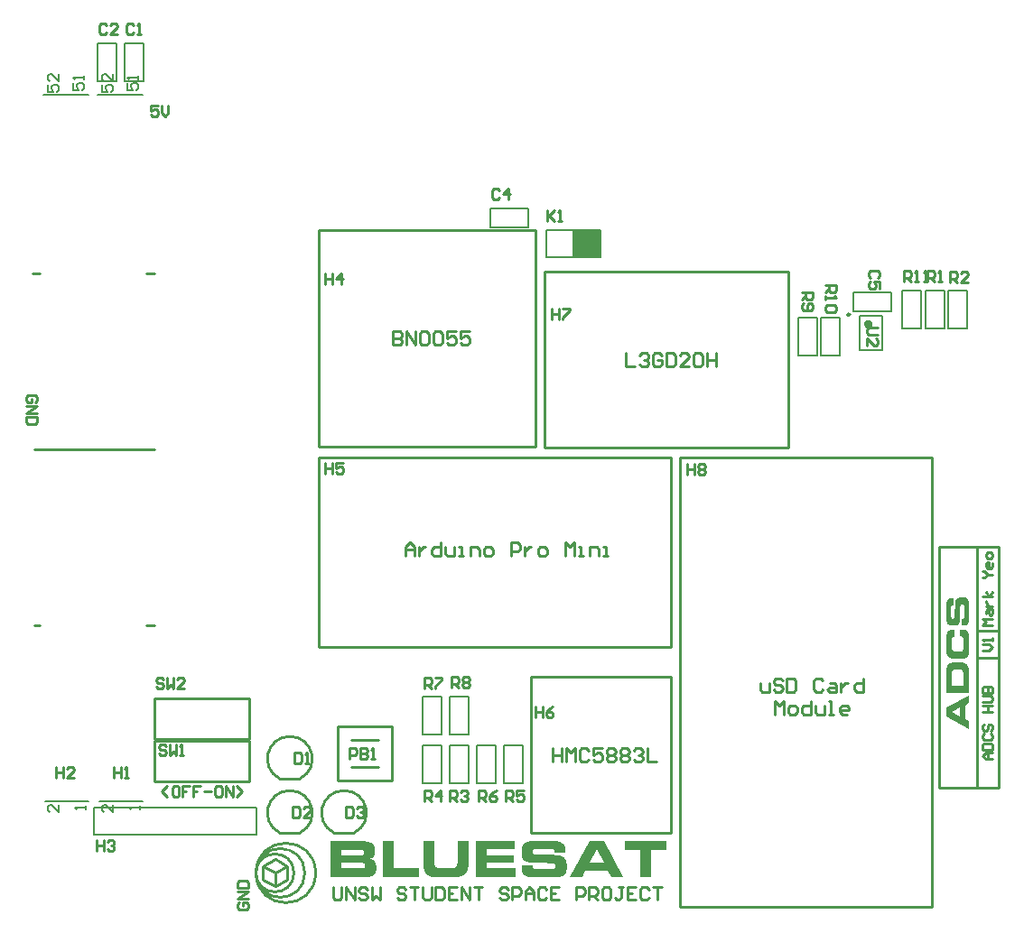
<source format=gto>
G04 Layer_Color=65535*
%FSLAX25Y25*%
%MOIN*%
G70*
G01*
G75*
%ADD14C,0.01000*%
%ADD27C,0.01575*%
%ADD28C,0.00984*%
%ADD29C,0.00800*%
%ADD30C,0.00500*%
%ADD31C,0.00787*%
%ADD32R,0.09962X0.10000*%
G36*
X-186881Y32153D02*
X-197284D01*
Y30029D01*
X-187428D01*
Y27295D01*
X-197284D01*
Y25171D01*
X-186647D01*
Y22000D01*
X-201345D01*
Y35214D01*
X-186881D01*
Y32153D01*
D02*
G37*
G36*
X-172808Y35355D02*
X-172526Y35339D01*
X-172261Y35324D01*
X-172011Y35308D01*
X-171792Y35277D01*
X-171574Y35246D01*
X-171386Y35230D01*
X-171230Y35199D01*
X-171074Y35168D01*
X-170949Y35136D01*
X-170855Y35121D01*
X-170777Y35105D01*
X-170714Y35090D01*
X-170683Y35074D01*
X-170668D01*
X-170308Y34965D01*
X-169996Y34824D01*
X-169730Y34699D01*
X-169527Y34574D01*
X-169355Y34449D01*
X-169231Y34355D01*
X-169168Y34293D01*
X-169137Y34277D01*
X-168949Y34074D01*
X-168809Y33871D01*
X-168684Y33668D01*
X-168606Y33465D01*
X-168543Y33293D01*
X-168496Y33168D01*
X-168465Y33075D01*
Y33059D01*
Y33043D01*
X-168418Y32778D01*
X-168371Y32497D01*
X-168340Y32231D01*
X-168325Y31997D01*
X-168309Y31778D01*
Y31606D01*
Y31544D01*
Y31513D01*
Y31481D01*
Y31466D01*
Y31044D01*
X-172370D01*
Y31294D01*
X-172386Y31388D01*
Y31481D01*
X-172401Y31559D01*
Y31606D01*
X-172417Y31637D01*
Y31653D01*
X-172479Y31825D01*
X-172558Y31966D01*
X-172636Y32044D01*
X-172651Y32075D01*
X-172667D01*
X-172745Y32137D01*
X-172839Y32184D01*
X-173026Y32262D01*
X-173120Y32294D01*
X-173198Y32309D01*
X-173245Y32325D01*
X-173260D01*
X-173417Y32356D01*
X-173589Y32387D01*
X-173776Y32403D01*
X-173948D01*
X-174104Y32419D01*
X-178837D01*
X-179087Y32403D01*
X-179306Y32387D01*
X-179508Y32340D01*
X-179665Y32294D01*
X-179790Y32247D01*
X-179883Y32215D01*
X-179946Y32184D01*
X-179962Y32169D01*
X-180102Y32059D01*
X-180196Y31934D01*
X-180274Y31809D01*
X-180321Y31684D01*
X-180352Y31575D01*
X-180368Y31481D01*
Y31419D01*
Y31388D01*
Y31231D01*
X-180352Y31091D01*
X-180321Y30981D01*
X-180289Y30888D01*
X-180274Y30810D01*
X-180243Y30747D01*
X-180227Y30716D01*
Y30700D01*
X-180165Y30622D01*
X-180071Y30544D01*
X-179852Y30435D01*
X-179759Y30404D01*
X-179665Y30372D01*
X-179602Y30357D01*
X-179587D01*
X-179368Y30325D01*
X-179134Y30294D01*
X-178899Y30263D01*
X-178665Y30247D01*
X-178446D01*
X-178275Y30232D01*
X-177728D01*
X-177306Y30216D01*
X-174698D01*
X-174307Y30200D01*
X-173948D01*
X-173604Y30185D01*
X-173276D01*
X-172979Y30169D01*
X-172714Y30154D01*
X-172479Y30138D01*
X-172276D01*
X-172089Y30122D01*
X-171933Y30107D01*
X-171824D01*
X-171730Y30091D01*
X-171667D01*
X-171386Y30060D01*
X-171136Y30044D01*
X-170886Y29997D01*
X-170652Y29966D01*
X-170449Y29919D01*
X-170246Y29873D01*
X-170074Y29826D01*
X-169918Y29779D01*
X-169762Y29732D01*
X-169637Y29685D01*
X-169543Y29654D01*
X-169449Y29623D01*
X-169387Y29591D01*
X-169340Y29560D01*
X-169309Y29544D01*
X-169293D01*
X-168996Y29357D01*
X-168746Y29154D01*
X-168543Y28951D01*
X-168371Y28748D01*
X-168262Y28560D01*
X-168168Y28404D01*
X-168137Y28342D01*
X-168122Y28295D01*
X-168106Y28279D01*
Y28264D01*
X-167997Y27936D01*
X-167903Y27561D01*
X-167840Y27186D01*
X-167809Y26827D01*
X-167794Y26655D01*
X-167778Y26499D01*
Y26358D01*
X-167762Y26233D01*
Y26139D01*
Y26061D01*
Y26014D01*
Y25999D01*
X-167778Y25515D01*
X-167809Y25093D01*
X-167856Y24734D01*
X-167872Y24562D01*
X-167903Y24421D01*
X-167934Y24281D01*
X-167950Y24171D01*
X-167981Y24078D01*
X-167997Y23999D01*
X-168012Y23921D01*
X-168028Y23874D01*
X-168043Y23859D01*
Y23843D01*
X-168168Y23562D01*
X-168325Y23297D01*
X-168481Y23093D01*
X-168653Y22906D01*
X-168809Y22765D01*
X-168934Y22656D01*
X-169027Y22594D01*
X-169043Y22578D01*
X-169059D01*
X-169355Y22422D01*
X-169668Y22297D01*
X-170012Y22203D01*
X-170324Y22125D01*
X-170621Y22062D01*
X-170746Y22047D01*
X-170839Y22031D01*
X-170933Y22016D01*
X-170996Y22000D01*
X-171058D01*
X-171308Y21969D01*
X-171574Y21953D01*
X-172120Y21922D01*
X-172667Y21891D01*
X-173198Y21875D01*
X-173667D01*
X-173854Y21859D01*
X-179774D01*
X-180227Y21875D01*
X-180633Y21906D01*
X-180821Y21922D01*
X-180977Y21937D01*
X-181133D01*
X-181258Y21953D01*
X-181383Y21969D01*
X-181477Y21984D01*
X-181555D01*
X-181602Y22000D01*
X-181649D01*
X-181992Y22062D01*
X-182320Y22156D01*
X-182586Y22250D01*
X-182820Y22328D01*
X-183007Y22422D01*
X-183148Y22484D01*
X-183226Y22531D01*
X-183257Y22547D01*
X-183476Y22718D01*
X-183648Y22890D01*
X-183804Y23078D01*
X-183945Y23250D01*
X-184038Y23406D01*
X-184101Y23531D01*
X-184148Y23609D01*
X-184163Y23640D01*
X-184257Y23921D01*
X-184319Y24202D01*
X-184382Y24499D01*
X-184413Y24780D01*
X-184429Y25030D01*
Y25140D01*
X-184444Y25233D01*
Y25296D01*
Y25358D01*
Y25390D01*
Y25405D01*
Y26327D01*
X-180383D01*
Y26139D01*
X-180368Y25967D01*
X-180352Y25827D01*
X-180321Y25702D01*
X-180305Y25608D01*
X-180289Y25546D01*
X-180274Y25499D01*
Y25483D01*
X-180180Y25280D01*
X-180071Y25140D01*
X-179977Y25062D01*
X-179962Y25030D01*
X-179946D01*
X-179774Y24937D01*
X-179587Y24874D01*
X-179508Y24859D01*
X-179446D01*
X-179415Y24843D01*
X-179399D01*
X-179134Y24827D01*
X-178899Y24812D01*
X-173432D01*
X-173229Y24827D01*
X-173042D01*
X-172823Y24859D01*
X-172636Y24905D01*
X-172573Y24937D01*
X-172526Y24952D01*
X-172495Y24968D01*
X-172479D01*
X-172308Y25077D01*
X-172183Y25186D01*
X-172120Y25280D01*
X-172089Y25296D01*
Y25311D01*
X-172042Y25405D01*
X-171995Y25499D01*
X-171949Y25702D01*
X-171933Y25780D01*
Y25858D01*
Y25905D01*
Y25921D01*
Y26077D01*
X-171964Y26217D01*
X-171980Y26327D01*
X-172011Y26421D01*
X-172042Y26499D01*
X-172058Y26545D01*
X-172089Y26577D01*
Y26592D01*
X-172167Y26686D01*
X-172276Y26764D01*
X-172386Y26827D01*
X-172511Y26873D01*
X-172636Y26920D01*
X-172730Y26952D01*
X-172792Y26967D01*
X-172823D01*
X-173057Y27014D01*
X-173339Y27045D01*
X-173620Y27077D01*
X-173901Y27092D01*
X-174151Y27108D01*
X-174260D01*
X-174354Y27123D01*
X-174760D01*
X-174994Y27139D01*
X-175510D01*
X-176025Y27155D01*
X-178446D01*
X-178821Y27170D01*
X-179181Y27186D01*
X-179493D01*
X-179805Y27202D01*
X-180071Y27217D01*
X-180321Y27233D01*
X-180540Y27248D01*
X-180743Y27264D01*
X-180899Y27280D01*
X-181039D01*
X-181149Y27295D01*
X-181227Y27311D01*
X-181289D01*
X-181758Y27389D01*
X-182180Y27483D01*
X-182523Y27576D01*
X-182679Y27623D01*
X-182820Y27686D01*
X-182929Y27733D01*
X-183039Y27779D01*
X-183132Y27811D01*
X-183211Y27842D01*
X-183257Y27873D01*
X-183304Y27904D01*
X-183320Y27920D01*
X-183335D01*
X-183570Y28092D01*
X-183773Y28295D01*
X-183929Y28498D01*
X-184054Y28685D01*
X-184132Y28857D01*
X-184195Y28998D01*
X-184226Y29092D01*
X-184241Y29107D01*
Y29123D01*
X-184304Y29435D01*
X-184351Y29763D01*
X-184382Y30107D01*
X-184398Y30419D01*
X-184413Y30700D01*
X-184429Y30810D01*
Y30919D01*
Y31013D01*
Y31075D01*
Y31106D01*
Y31122D01*
Y31450D01*
X-184413Y31762D01*
X-184398Y32044D01*
X-184366Y32294D01*
X-184351Y32497D01*
X-184335Y32653D01*
Y32715D01*
X-184319Y32762D01*
Y32778D01*
Y32793D01*
X-184257Y33075D01*
X-184179Y33340D01*
X-184070Y33559D01*
X-183960Y33762D01*
X-183867Y33918D01*
X-183773Y34043D01*
X-183710Y34106D01*
X-183695Y34137D01*
X-183476Y34340D01*
X-183226Y34512D01*
X-182961Y34668D01*
X-182711Y34793D01*
X-182476Y34887D01*
X-182367Y34933D01*
X-182273Y34965D01*
X-182211Y34996D01*
X-182148Y35012D01*
X-182117Y35027D01*
X-182102D01*
X-181883Y35090D01*
X-181664Y35136D01*
X-181180Y35230D01*
X-180680Y35293D01*
X-180196Y35324D01*
X-179977Y35339D01*
X-179774Y35355D01*
X-179587D01*
X-179415Y35371D01*
X-173120D01*
X-172808Y35355D01*
D02*
G37*
G36*
X-146863Y22000D02*
X-151377D01*
X-152642Y24343D01*
X-160858D01*
X-162045Y22000D01*
X-166575D01*
X-159421Y35214D01*
X-154142D01*
X-146863Y22000D01*
D02*
G37*
G36*
X-130962Y31934D02*
X-136647D01*
Y22000D01*
X-140708D01*
Y31934D01*
X-146410D01*
Y35214D01*
X-130962D01*
Y31934D01*
D02*
G37*
G36*
X-204063Y26702D02*
X-204079Y26249D01*
X-204126Y25827D01*
X-204188Y25436D01*
X-204266Y25077D01*
X-204360Y24749D01*
X-204485Y24452D01*
X-204594Y24171D01*
X-204719Y23937D01*
X-204844Y23718D01*
X-204954Y23531D01*
X-205063Y23390D01*
X-205172Y23250D01*
X-205250Y23156D01*
X-205313Y23093D01*
X-205360Y23046D01*
X-205375Y23031D01*
X-205641Y22828D01*
X-205922Y22640D01*
X-206250Y22484D01*
X-206578Y22359D01*
X-206906Y22234D01*
X-207250Y22141D01*
X-207593Y22062D01*
X-207921Y22000D01*
X-208249Y21953D01*
X-208546Y21922D01*
X-208812Y21891D01*
X-209046Y21875D01*
X-209233D01*
X-209374Y21859D01*
X-215310D01*
X-215825Y21875D01*
X-216294Y21906D01*
X-216731Y21969D01*
X-217137Y22047D01*
X-217512Y22125D01*
X-217856Y22234D01*
X-218152Y22344D01*
X-218418Y22453D01*
X-218668Y22562D01*
X-218871Y22656D01*
X-219043Y22765D01*
X-219183Y22843D01*
X-219293Y22922D01*
X-219371Y22984D01*
X-219418Y23015D01*
X-219433Y23031D01*
X-219668Y23265D01*
X-219855Y23531D01*
X-220027Y23812D01*
X-220183Y24109D01*
X-220308Y24406D01*
X-220417Y24718D01*
X-220495Y25015D01*
X-220573Y25311D01*
X-220620Y25593D01*
X-220667Y25858D01*
X-220683Y26092D01*
X-220714Y26296D01*
Y26467D01*
X-220730Y26592D01*
Y26670D01*
Y26702D01*
Y35214D01*
X-216669D01*
Y27576D01*
Y27342D01*
X-216653Y27139D01*
X-216622Y26936D01*
X-216590Y26764D01*
X-216559Y26592D01*
X-216512Y26452D01*
X-216419Y26202D01*
X-216325Y26014D01*
X-216247Y25889D01*
X-216184Y25811D01*
X-216169Y25780D01*
X-216059Y25686D01*
X-215950Y25608D01*
X-215685Y25468D01*
X-215388Y25374D01*
X-215107Y25311D01*
X-214841Y25280D01*
X-214716Y25265D01*
X-214622D01*
X-214529Y25249D01*
X-210171D01*
X-209952Y25265D01*
X-209765Y25296D01*
X-209593Y25327D01*
X-209436Y25374D01*
X-209296Y25421D01*
X-209046Y25515D01*
X-208874Y25608D01*
X-208734Y25702D01*
X-208671Y25764D01*
X-208640Y25780D01*
X-208546Y25889D01*
X-208468Y26014D01*
X-208343Y26280D01*
X-208249Y26577D01*
X-208187Y26873D01*
X-208156Y27155D01*
X-208140Y27264D01*
X-208124Y27373D01*
Y27451D01*
Y27514D01*
Y27561D01*
Y27576D01*
Y35214D01*
X-204063D01*
Y26702D01*
D02*
G37*
G36*
X-19333Y86235D02*
X-20809Y85438D01*
Y80262D01*
X-19333Y79514D01*
Y76661D01*
X-27657Y81168D01*
Y84493D01*
X-19333Y89079D01*
Y86235D01*
D02*
G37*
G36*
X-21547Y113443D02*
X-21370Y113433D01*
X-21202Y113413D01*
X-21055Y113393D01*
X-20927Y113364D01*
X-20838Y113344D01*
X-20779Y113334D01*
X-20769Y113325D01*
X-20760D01*
X-20592Y113275D01*
X-20445Y113207D01*
X-20307Y113128D01*
X-20189Y113059D01*
X-20100Y112980D01*
X-20022Y112931D01*
X-19982Y112892D01*
X-19963Y112872D01*
X-19844Y112734D01*
X-19736Y112587D01*
X-19648Y112429D01*
X-19569Y112282D01*
X-19510Y112144D01*
X-19470Y112036D01*
X-19451Y111996D01*
X-19441Y111967D01*
X-19431Y111947D01*
Y111937D01*
X-19372Y111701D01*
X-19323Y111435D01*
X-19293Y111179D01*
X-19264Y110933D01*
Y110815D01*
X-19254Y110707D01*
Y110619D01*
X-19244Y110530D01*
Y110461D01*
Y110412D01*
Y110382D01*
Y110373D01*
Y106260D01*
X-19254Y105945D01*
X-19264Y105649D01*
X-19284Y105394D01*
X-19293Y105275D01*
X-19303Y105167D01*
X-19313Y105059D01*
X-19323Y104980D01*
X-19333Y104902D01*
X-19343Y104833D01*
X-19352Y104783D01*
X-19362Y104744D01*
Y104724D01*
Y104715D01*
X-19421Y104469D01*
X-19490Y104242D01*
X-19569Y104045D01*
X-19638Y103878D01*
X-19716Y103740D01*
X-19776Y103642D01*
X-19795Y103603D01*
X-19815Y103573D01*
X-19825Y103563D01*
Y103553D01*
X-19963Y103386D01*
X-20110Y103239D01*
X-20268Y103121D01*
X-20415Y103022D01*
X-20553Y102934D01*
X-20651Y102884D01*
X-20691Y102865D01*
X-20720Y102845D01*
X-20740Y102835D01*
X-20750D01*
X-20986Y102756D01*
X-21232Y102697D01*
X-21478Y102648D01*
X-21724Y102619D01*
X-21832Y102609D01*
X-21930Y102599D01*
X-22019D01*
X-22098Y102589D01*
X-24735D01*
X-25060Y102599D01*
X-25355Y102629D01*
X-25483Y102648D01*
X-25611Y102668D01*
X-25719Y102688D01*
X-25827Y102717D01*
X-25916Y102737D01*
X-25994Y102756D01*
X-26073Y102776D01*
X-26122Y102796D01*
X-26172Y102815D01*
X-26201Y102825D01*
X-26221Y102835D01*
X-26231D01*
X-26437Y102934D01*
X-26624Y103052D01*
X-26782Y103170D01*
X-26919Y103288D01*
X-27018Y103396D01*
X-27097Y103475D01*
X-27136Y103534D01*
X-27156Y103544D01*
Y103553D01*
X-27274Y103740D01*
X-27372Y103937D01*
X-27461Y104134D01*
X-27520Y104311D01*
X-27569Y104478D01*
X-27588Y104547D01*
X-27598Y104596D01*
X-27618Y104646D01*
Y104685D01*
X-27628Y104705D01*
Y104715D01*
X-27667Y104980D01*
X-27707Y105246D01*
X-27726Y105502D01*
X-27736Y105738D01*
X-27746Y105846D01*
Y105945D01*
X-27756Y106033D01*
Y106102D01*
Y106171D01*
Y106210D01*
Y106240D01*
Y106250D01*
Y109261D01*
Y109507D01*
X-27746Y109743D01*
X-27736Y109959D01*
X-27726Y110166D01*
X-27716Y110363D01*
X-27707Y110540D01*
X-27687Y110697D01*
X-27677Y110845D01*
X-27657Y110983D01*
X-27638Y111101D01*
X-27628Y111199D01*
X-27618Y111278D01*
X-27608Y111337D01*
X-27598Y111386D01*
X-27588Y111416D01*
Y111425D01*
X-27520Y111711D01*
X-27441Y111967D01*
X-27352Y112173D01*
X-27264Y112350D01*
X-27185Y112488D01*
X-27116Y112587D01*
X-27077Y112646D01*
X-27057Y112665D01*
X-26910Y112813D01*
X-26752Y112941D01*
X-26595Y113029D01*
X-26437Y113108D01*
X-26300Y113167D01*
X-26191Y113197D01*
X-26152Y113216D01*
X-26122D01*
X-26103Y113226D01*
X-26093D01*
X-25857Y113266D01*
X-25611Y113295D01*
X-25365Y113325D01*
X-25138Y113334D01*
X-25030D01*
X-24932Y113344D01*
X-24617D01*
Y110786D01*
X-24843D01*
X-25001Y110776D01*
X-25128Y110737D01*
X-25237Y110687D01*
X-25315Y110628D01*
X-25384Y110569D01*
X-25424Y110520D01*
X-25443Y110481D01*
X-25453Y110471D01*
X-25512Y110343D01*
X-25552Y110196D01*
X-25581Y110048D01*
X-25601Y109910D01*
X-25611Y109782D01*
X-25620Y109684D01*
Y109644D01*
Y109615D01*
Y109595D01*
Y109585D01*
Y106810D01*
Y106624D01*
X-25601Y106466D01*
X-25581Y106328D01*
X-25561Y106210D01*
X-25542Y106112D01*
X-25522Y106043D01*
X-25512Y106004D01*
X-25502Y105984D01*
X-25453Y105876D01*
X-25404Y105777D01*
X-25345Y105699D01*
X-25296Y105630D01*
X-25247Y105571D01*
X-25207Y105531D01*
X-25178Y105512D01*
X-25168Y105502D01*
X-25079Y105443D01*
X-24991Y105394D01*
X-24912Y105354D01*
X-24824Y105325D01*
X-24755Y105305D01*
X-24696Y105285D01*
X-24656Y105275D01*
X-24646D01*
X-24410Y105246D01*
X-24292Y105226D01*
X-24184D01*
X-24085Y105216D01*
X-22885D01*
X-22737Y105226D01*
X-22610Y105236D01*
X-22491Y105246D01*
X-22403D01*
X-22334Y105256D01*
X-22295Y105266D01*
X-22275D01*
X-22157Y105295D01*
X-22058Y105325D01*
X-21970Y105364D01*
X-21891Y105394D01*
X-21832Y105433D01*
X-21793Y105453D01*
X-21763Y105472D01*
X-21753Y105482D01*
X-21685Y105551D01*
X-21625Y105620D01*
X-21537Y105768D01*
X-21507Y105836D01*
X-21488Y105886D01*
X-21468Y105925D01*
Y105935D01*
X-21439Y106053D01*
X-21419Y106171D01*
X-21399Y106299D01*
X-21389Y106407D01*
Y106515D01*
X-21380Y106594D01*
Y106653D01*
Y106673D01*
Y109398D01*
Y109546D01*
X-21389Y109684D01*
Y109812D01*
X-21399Y109910D01*
Y109999D01*
X-21409Y110058D01*
Y110097D01*
Y110107D01*
X-21429Y110205D01*
X-21448Y110294D01*
X-21478Y110373D01*
X-21507Y110442D01*
X-21527Y110491D01*
X-21547Y110530D01*
X-21566Y110550D01*
Y110560D01*
X-21616Y110619D01*
X-21675Y110678D01*
X-21783Y110756D01*
X-21832Y110786D01*
X-21871Y110806D01*
X-21901Y110815D01*
X-21911D01*
X-21999Y110845D01*
X-22098Y110865D01*
X-22206Y110874D01*
X-22304Y110884D01*
X-22383Y110894D01*
X-22521D01*
Y113452D01*
X-21744D01*
X-21547Y113443D01*
D02*
G37*
G36*
Y125329D02*
X-21281Y125310D01*
X-21055Y125280D01*
X-20946Y125270D01*
X-20858Y125251D01*
X-20769Y125231D01*
X-20700Y125221D01*
X-20641Y125201D01*
X-20592Y125192D01*
X-20543Y125182D01*
X-20514Y125172D01*
X-20504Y125162D01*
X-20494D01*
X-20317Y125083D01*
X-20150Y124985D01*
X-20022Y124887D01*
X-19904Y124778D01*
X-19815Y124680D01*
X-19746Y124601D01*
X-19707Y124542D01*
X-19697Y124532D01*
Y124522D01*
X-19598Y124336D01*
X-19520Y124139D01*
X-19461Y123922D01*
X-19411Y123725D01*
X-19372Y123538D01*
X-19362Y123460D01*
X-19352Y123401D01*
X-19343Y123342D01*
X-19333Y123302D01*
Y123273D01*
Y123263D01*
X-19313Y123106D01*
X-19303Y122938D01*
X-19284Y122594D01*
X-19264Y122249D01*
X-19254Y121915D01*
Y121767D01*
Y121620D01*
X-19244Y121502D01*
Y121393D01*
Y121305D01*
Y121236D01*
Y121197D01*
Y121177D01*
Y118087D01*
Y117772D01*
X-19254Y117487D01*
X-19274Y117231D01*
X-19284Y117113D01*
X-19293Y117015D01*
Y116916D01*
X-19303Y116838D01*
X-19313Y116759D01*
X-19323Y116700D01*
Y116650D01*
X-19333Y116621D01*
Y116601D01*
Y116592D01*
X-19372Y116375D01*
X-19431Y116168D01*
X-19490Y116001D01*
X-19539Y115854D01*
X-19598Y115735D01*
X-19638Y115647D01*
X-19667Y115598D01*
X-19677Y115578D01*
X-19785Y115440D01*
X-19894Y115332D01*
X-20012Y115234D01*
X-20120Y115145D01*
X-20218Y115086D01*
X-20297Y115047D01*
X-20346Y115017D01*
X-20366Y115007D01*
X-20543Y114948D01*
X-20720Y114909D01*
X-20907Y114869D01*
X-21084Y114850D01*
X-21242Y114840D01*
X-21311D01*
X-21370Y114830D01*
X-22058D01*
Y117388D01*
X-21940D01*
X-21832Y117398D01*
X-21744Y117408D01*
X-21665Y117428D01*
X-21606Y117438D01*
X-21566Y117448D01*
X-21537Y117457D01*
X-21527D01*
X-21399Y117516D01*
X-21311Y117585D01*
X-21261Y117644D01*
X-21242Y117654D01*
Y117664D01*
X-21183Y117772D01*
X-21143Y117890D01*
X-21134Y117940D01*
Y117979D01*
X-21124Y117999D01*
Y118008D01*
X-21114Y118176D01*
X-21104Y118323D01*
Y118392D01*
Y118441D01*
Y118481D01*
Y118491D01*
Y121620D01*
Y121767D01*
X-21114Y121895D01*
Y121944D01*
Y121984D01*
Y122003D01*
Y122013D01*
X-21134Y122151D01*
X-21163Y122269D01*
X-21183Y122309D01*
X-21192Y122338D01*
X-21202Y122358D01*
Y122368D01*
X-21271Y122476D01*
X-21340Y122555D01*
X-21399Y122594D01*
X-21409Y122614D01*
X-21419D01*
X-21478Y122643D01*
X-21537Y122673D01*
X-21665Y122702D01*
X-21714Y122712D01*
X-21901D01*
X-21990Y122692D01*
X-22058Y122682D01*
X-22118Y122663D01*
X-22167Y122643D01*
X-22196Y122633D01*
X-22216Y122614D01*
X-22226D01*
X-22285Y122564D01*
X-22334Y122495D01*
X-22373Y122427D01*
X-22403Y122348D01*
X-22432Y122269D01*
X-22452Y122210D01*
X-22462Y122171D01*
Y122151D01*
X-22491Y122003D01*
X-22511Y121826D01*
X-22531Y121649D01*
X-22541Y121472D01*
X-22550Y121315D01*
Y121246D01*
X-22560Y121187D01*
Y121138D01*
Y121098D01*
Y121079D01*
Y121069D01*
Y120931D01*
X-22570Y120783D01*
Y120459D01*
X-22580Y120134D01*
Y119829D01*
Y119681D01*
Y119544D01*
Y119425D01*
Y119327D01*
Y119238D01*
Y119179D01*
Y119130D01*
Y119120D01*
Y118855D01*
Y118609D01*
X-22590Y118372D01*
X-22600Y118146D01*
Y117949D01*
X-22610Y117753D01*
X-22619Y117585D01*
X-22629Y117428D01*
X-22639Y117290D01*
X-22649Y117162D01*
X-22659Y117064D01*
Y116975D01*
X-22669Y116906D01*
X-22678Y116857D01*
Y116828D01*
Y116818D01*
X-22728Y116523D01*
X-22787Y116257D01*
X-22846Y116040D01*
X-22875Y115942D01*
X-22915Y115854D01*
X-22944Y115785D01*
X-22974Y115716D01*
X-22993Y115657D01*
X-23013Y115608D01*
X-23033Y115578D01*
X-23052Y115548D01*
X-23062Y115539D01*
Y115529D01*
X-23170Y115381D01*
X-23298Y115253D01*
X-23426Y115155D01*
X-23544Y115076D01*
X-23652Y115027D01*
X-23741Y114988D01*
X-23800Y114968D01*
X-23810Y114958D01*
X-23820D01*
X-24017Y114919D01*
X-24223Y114889D01*
X-24440Y114869D01*
X-24636Y114860D01*
X-24814Y114850D01*
X-24882Y114840D01*
X-25286D01*
X-25483Y114850D01*
X-25660Y114860D01*
X-25817Y114879D01*
X-25945Y114889D01*
X-26044Y114899D01*
X-26083D01*
X-26112Y114909D01*
X-26132D01*
X-26309Y114948D01*
X-26477Y114997D01*
X-26614Y115066D01*
X-26742Y115135D01*
X-26841Y115194D01*
X-26919Y115253D01*
X-26959Y115293D01*
X-26978Y115302D01*
X-27106Y115440D01*
X-27215Y115598D01*
X-27313Y115765D01*
X-27392Y115922D01*
X-27451Y116070D01*
X-27480Y116139D01*
X-27500Y116198D01*
X-27520Y116237D01*
X-27529Y116277D01*
X-27539Y116296D01*
Y116306D01*
X-27579Y116444D01*
X-27608Y116582D01*
X-27667Y116887D01*
X-27707Y117202D01*
X-27726Y117507D01*
X-27736Y117644D01*
X-27746Y117772D01*
Y117890D01*
X-27756Y117999D01*
Y118077D01*
Y118146D01*
Y118186D01*
Y118195D01*
Y121767D01*
Y121964D01*
X-27746Y122161D01*
X-27736Y122338D01*
X-27726Y122505D01*
X-27716Y122663D01*
X-27697Y122801D01*
X-27677Y122938D01*
X-27667Y123056D01*
X-27648Y123155D01*
X-27628Y123253D01*
X-27608Y123332D01*
X-27598Y123391D01*
X-27588Y123440D01*
X-27579Y123479D01*
X-27569Y123499D01*
Y123509D01*
X-27500Y123735D01*
X-27411Y123932D01*
X-27333Y124099D01*
X-27254Y124227D01*
X-27175Y124336D01*
X-27116Y124414D01*
X-27077Y124454D01*
X-27067Y124473D01*
X-26939Y124591D01*
X-26811Y124680D01*
X-26683Y124759D01*
X-26555Y124808D01*
X-26447Y124847D01*
X-26368Y124877D01*
X-26309Y124896D01*
X-26290D01*
X-26122Y124926D01*
X-25945Y124955D01*
X-25778Y124975D01*
X-25630Y124985D01*
X-25493Y124995D01*
X-25030D01*
Y122436D01*
X-25188D01*
X-25247Y122427D01*
X-25306D01*
X-25355Y122417D01*
X-25384D01*
X-25404Y122407D01*
X-25414D01*
X-25522Y122368D01*
X-25611Y122318D01*
X-25660Y122269D01*
X-25680Y122259D01*
Y122249D01*
X-25719Y122200D01*
X-25748Y122141D01*
X-25798Y122023D01*
X-25817Y121964D01*
X-25827Y121915D01*
X-25837Y121885D01*
Y121876D01*
X-25857Y121777D01*
X-25876Y121669D01*
X-25886Y121551D01*
Y121443D01*
X-25896Y121344D01*
Y121256D01*
Y121206D01*
Y121197D01*
Y121187D01*
Y118363D01*
X-25886Y118205D01*
X-25876Y118068D01*
X-25847Y117940D01*
X-25817Y117841D01*
X-25788Y117762D01*
X-25768Y117703D01*
X-25748Y117664D01*
X-25739Y117654D01*
X-25670Y117566D01*
X-25591Y117507D01*
X-25512Y117457D01*
X-25434Y117428D01*
X-25365Y117408D01*
X-25306Y117398D01*
X-25148D01*
X-25060Y117408D01*
X-24991Y117428D01*
X-24932Y117448D01*
X-24882Y117457D01*
X-24843Y117477D01*
X-24824Y117487D01*
X-24814D01*
X-24764Y117526D01*
X-24715Y117585D01*
X-24646Y117723D01*
X-24627Y117782D01*
X-24607Y117841D01*
X-24597Y117880D01*
Y117890D01*
X-24577Y118028D01*
X-24558Y118176D01*
X-24538Y118323D01*
X-24528Y118471D01*
Y118609D01*
X-24518Y118717D01*
Y118756D01*
Y118786D01*
Y118806D01*
Y118815D01*
Y118933D01*
Y119061D01*
X-24509Y119327D01*
Y119593D01*
Y119849D01*
Y119976D01*
Y120085D01*
Y120183D01*
Y120272D01*
Y120341D01*
Y120390D01*
Y120429D01*
Y120439D01*
Y120714D01*
Y120970D01*
X-24499Y121216D01*
Y121443D01*
X-24489Y121659D01*
Y121866D01*
X-24479Y122053D01*
X-24469Y122220D01*
X-24459Y122368D01*
Y122495D01*
X-24450Y122614D01*
X-24440Y122712D01*
Y122781D01*
X-24430Y122840D01*
Y122869D01*
Y122879D01*
X-24410Y123056D01*
X-24400Y123214D01*
X-24371Y123371D01*
X-24351Y123519D01*
X-24322Y123647D01*
X-24292Y123775D01*
X-24263Y123883D01*
X-24233Y123981D01*
X-24204Y124080D01*
X-24174Y124158D01*
X-24154Y124217D01*
X-24135Y124276D01*
X-24115Y124316D01*
X-24095Y124345D01*
X-24085Y124365D01*
Y124375D01*
X-23967Y124562D01*
X-23840Y124719D01*
X-23712Y124847D01*
X-23584Y124955D01*
X-23466Y125024D01*
X-23367Y125083D01*
X-23328Y125103D01*
X-23298Y125113D01*
X-23288Y125123D01*
X-23279D01*
X-23072Y125192D01*
X-22836Y125251D01*
X-22600Y125290D01*
X-22373Y125310D01*
X-22265Y125320D01*
X-22167Y125329D01*
X-22078D01*
X-21999Y125339D01*
X-21852D01*
X-21547Y125329D01*
D02*
G37*
G36*
X-242473Y35183D02*
X-242113Y35152D01*
X-241817Y35121D01*
X-241676Y35105D01*
X-241551Y35090D01*
X-241458Y35074D01*
X-241364Y35058D01*
X-241301Y35043D01*
X-241254D01*
X-241223Y35027D01*
X-241208D01*
X-240880Y34949D01*
X-240583Y34871D01*
X-240333Y34762D01*
X-240114Y34668D01*
X-239942Y34590D01*
X-239817Y34512D01*
X-239739Y34465D01*
X-239708Y34449D01*
X-239489Y34293D01*
X-239302Y34106D01*
X-239146Y33934D01*
X-239021Y33762D01*
X-238927Y33606D01*
X-238864Y33481D01*
X-238818Y33403D01*
X-238802Y33387D01*
Y33371D01*
X-238708Y33121D01*
X-238630Y32840D01*
X-238583Y32575D01*
X-238537Y32309D01*
X-238521Y32090D01*
X-238505Y31903D01*
Y31841D01*
Y31794D01*
Y31762D01*
Y31747D01*
Y31435D01*
X-238537Y31169D01*
X-238552Y30935D01*
X-238583Y30732D01*
X-238615Y30575D01*
X-238630Y30450D01*
X-238662Y30388D01*
Y30357D01*
X-238724Y30169D01*
X-238786Y29997D01*
X-238849Y29857D01*
X-238911Y29732D01*
X-238974Y29623D01*
X-239021Y29560D01*
X-239052Y29513D01*
X-239068Y29498D01*
X-239271Y29279D01*
X-239474Y29123D01*
X-239567Y29076D01*
X-239630Y29029D01*
X-239677Y29013D01*
X-239692Y28998D01*
X-239958Y28888D01*
X-240099Y28842D01*
X-240224Y28795D01*
X-240317Y28763D01*
X-240395Y28732D01*
X-240458Y28717D01*
X-240473D01*
Y28654D01*
X-240239Y28623D01*
X-240005Y28576D01*
X-239802Y28514D01*
X-239614Y28451D01*
X-239442Y28373D01*
X-239302Y28295D01*
X-239161Y28217D01*
X-239036Y28139D01*
X-238849Y27998D01*
X-238708Y27873D01*
X-238630Y27779D01*
X-238599Y27764D01*
Y27748D01*
X-238505Y27608D01*
X-238412Y27436D01*
X-238271Y27077D01*
X-238177Y26702D01*
X-238099Y26342D01*
X-238068Y26014D01*
X-238052Y25874D01*
Y25749D01*
X-238037Y25640D01*
Y25561D01*
Y25515D01*
Y25499D01*
X-238052Y25108D01*
X-238084Y24765D01*
X-238130Y24452D01*
X-238193Y24202D01*
X-238255Y23999D01*
X-238302Y23843D01*
X-238334Y23749D01*
X-238349Y23734D01*
Y23718D01*
X-238474Y23468D01*
X-238599Y23265D01*
X-238740Y23078D01*
X-238880Y22922D01*
X-239005Y22797D01*
X-239099Y22718D01*
X-239161Y22656D01*
X-239193Y22640D01*
X-239396Y22515D01*
X-239614Y22406D01*
X-239833Y22312D01*
X-240036Y22250D01*
X-240208Y22187D01*
X-240348Y22156D01*
X-240442Y22125D01*
X-240473D01*
X-241036Y22047D01*
X-241301Y22031D01*
X-241551Y22016D01*
X-241770Y22000D01*
X-255000D01*
Y35214D01*
X-242879D01*
X-242473Y35183D01*
D02*
G37*
G36*
X-231554Y25390D02*
X-222448D01*
Y22000D01*
X-235616D01*
Y35214D01*
X-231554D01*
Y25390D01*
D02*
G37*
G36*
X-21950Y101221D02*
X-21694Y101202D01*
X-21468Y101172D01*
X-21281Y101143D01*
X-21192Y101123D01*
X-21124Y101103D01*
X-21055Y101084D01*
X-21006Y101074D01*
X-20966Y101064D01*
X-20937Y101054D01*
X-20917Y101044D01*
X-20907D01*
X-20710Y100966D01*
X-20533Y100877D01*
X-20376Y100779D01*
X-20248Y100680D01*
X-20140Y100592D01*
X-20071Y100523D01*
X-20022Y100474D01*
X-20002Y100454D01*
X-19874Y100296D01*
X-19776Y100119D01*
X-19687Y99942D01*
X-19618Y99775D01*
X-19559Y99617D01*
X-19539Y99558D01*
X-19520Y99499D01*
X-19510Y99450D01*
X-19500Y99421D01*
X-19490Y99401D01*
Y99391D01*
X-19441Y99135D01*
X-19402Y98860D01*
X-19372Y98594D01*
X-19352Y98338D01*
X-19343Y98220D01*
Y98112D01*
Y98023D01*
X-19333Y97935D01*
Y97866D01*
Y97817D01*
Y97787D01*
Y97777D01*
Y90073D01*
X-27657D01*
Y97777D01*
X-27648Y98122D01*
X-27628Y98437D01*
X-27618Y98574D01*
X-27608Y98712D01*
X-27588Y98830D01*
X-27579Y98939D01*
X-27559Y99047D01*
X-27539Y99135D01*
X-27529Y99214D01*
X-27520Y99273D01*
X-27510Y99322D01*
X-27500Y99362D01*
X-27490Y99381D01*
Y99391D01*
X-27421Y99627D01*
X-27343Y99834D01*
X-27264Y100021D01*
X-27175Y100169D01*
X-27097Y100296D01*
X-27038Y100385D01*
X-26998Y100434D01*
X-26978Y100454D01*
X-26841Y100601D01*
X-26693Y100720D01*
X-26546Y100818D01*
X-26398Y100907D01*
X-26270Y100966D01*
X-26162Y101015D01*
X-26132Y101025D01*
X-26103Y101034D01*
X-26083Y101044D01*
X-26073D01*
X-25857Y101103D01*
X-25630Y101153D01*
X-25414Y101182D01*
X-25207Y101212D01*
X-25030Y101221D01*
X-24951D01*
X-24882Y101231D01*
X-22226D01*
X-21950Y101221D01*
D02*
G37*
%LPC*%
G36*
X-156781Y32137D02*
X-159343Y27186D01*
X-154157D01*
X-156781Y32137D01*
D02*
G37*
G36*
X-22600Y84484D02*
X-25719Y82830D01*
X-22600Y81217D01*
Y84484D01*
D02*
G37*
G36*
X-243675Y32044D02*
X-250939D01*
Y29982D01*
X-243769D01*
X-243566Y29997D01*
X-243379Y30013D01*
X-243238Y30044D01*
X-243113Y30091D01*
X-243004Y30138D01*
X-242941Y30169D01*
X-242895Y30185D01*
X-242879Y30200D01*
X-242770Y30310D01*
X-242691Y30419D01*
X-242645Y30560D01*
X-242598Y30685D01*
X-242582Y30810D01*
X-242566Y30903D01*
Y30966D01*
Y30997D01*
X-242582Y31200D01*
X-242613Y31372D01*
X-242660Y31513D01*
X-242723Y31622D01*
X-242785Y31700D01*
X-242832Y31762D01*
X-242863Y31794D01*
X-242879Y31809D01*
X-243004Y31888D01*
X-243144Y31950D01*
X-243301Y31981D01*
X-243441Y32012D01*
X-243566Y32028D01*
X-243675Y32044D01*
D02*
G37*
G36*
X-243566Y27248D02*
X-250939D01*
Y25171D01*
X-243675D01*
X-243441Y25186D01*
X-243238Y25202D01*
X-243051Y25233D01*
X-242895Y25265D01*
X-242770Y25296D01*
X-242691Y25327D01*
X-242629Y25358D01*
X-242613D01*
X-242473Y25452D01*
X-242379Y25561D01*
X-242301Y25686D01*
X-242254Y25827D01*
X-242223Y25936D01*
X-242207Y26046D01*
Y26108D01*
Y26139D01*
X-242223Y26374D01*
X-242270Y26561D01*
X-242332Y26717D01*
X-242410Y26842D01*
X-242488Y26920D01*
X-242551Y26983D01*
X-242598Y27014D01*
X-242613Y27030D01*
X-242770Y27108D01*
X-242957Y27155D01*
X-243129Y27202D01*
X-243301Y27217D01*
X-243441Y27233D01*
X-243566Y27248D01*
D02*
G37*
G36*
X-22806Y98673D02*
X-24243D01*
X-24390Y98663D01*
X-24518Y98643D01*
X-24627Y98633D01*
X-24705Y98614D01*
X-24774Y98594D01*
X-24814Y98584D01*
X-24824D01*
X-24932Y98545D01*
X-25020Y98506D01*
X-25099Y98466D01*
X-25158Y98417D01*
X-25207Y98378D01*
X-25247Y98348D01*
X-25266Y98328D01*
X-25276Y98319D01*
X-25335Y98250D01*
X-25384Y98171D01*
X-25453Y98014D01*
X-25483Y97945D01*
X-25502Y97895D01*
X-25512Y97856D01*
Y97846D01*
X-25542Y97738D01*
X-25561Y97620D01*
X-25571Y97502D01*
X-25581Y97394D01*
X-25591Y97295D01*
Y97216D01*
Y97167D01*
Y97148D01*
Y92631D01*
X-21468D01*
Y97148D01*
Y97295D01*
X-21478Y97433D01*
X-21488Y97551D01*
X-21507Y97650D01*
X-21517Y97738D01*
X-21527Y97797D01*
X-21537Y97836D01*
Y97846D01*
X-21566Y97954D01*
X-21606Y98043D01*
X-21635Y98122D01*
X-21675Y98191D01*
X-21714Y98250D01*
X-21734Y98289D01*
X-21753Y98309D01*
X-21763Y98319D01*
X-21832Y98378D01*
X-21901Y98437D01*
X-22049Y98515D01*
X-22118Y98545D01*
X-22167Y98565D01*
X-22206Y98584D01*
X-22216D01*
X-22334Y98614D01*
X-22462Y98633D01*
X-22580Y98653D01*
X-22698Y98663D01*
X-22806Y98673D01*
D02*
G37*
%LPD*%
D14*
X-266176Y58339D02*
G03*
X-273851Y58353I-3824J7330D01*
G01*
X-246176Y38339D02*
G03*
X-253851Y38353I-3824J7330D01*
G01*
X-266176Y38339D02*
G03*
X-273851Y38353I-3824J7330D01*
G01*
X-260500Y23500D02*
G03*
X-260500Y23500I-11000J0D01*
G01*
X-264500D02*
G03*
X-264500Y23500I-9000J0D01*
G01*
X-268500D02*
G03*
X-268500Y23500I-7000J0D01*
G01*
X-176000Y245500D02*
X-86000D01*
X-176000Y180500D02*
Y245500D01*
X-86000Y180500D02*
Y245500D01*
X-176000Y180500D02*
X-86000D01*
X-181063Y96012D02*
X-129488D01*
X-181063Y38138D02*
Y96012D01*
X-129488Y38138D02*
Y96012D01*
X-181063Y38138D02*
X-129488D01*
X-33000Y11000D02*
Y177000D01*
X-126000D02*
X-33000D01*
X-126000Y11000D02*
X-33000D01*
X-126000D02*
Y177000D01*
X-129500Y107000D02*
Y177000D01*
X-259500D02*
X-129500D01*
X-259500Y107000D02*
X-129500D01*
X-259500D02*
Y177000D01*
X-179500Y181000D02*
Y261000D01*
X-259500D02*
X-179500D01*
X-259500Y181000D02*
X-179500D01*
X-259500D02*
Y261000D01*
X-273851Y58353D02*
X-266176Y58339D01*
X-247500Y72500D02*
X-237500D01*
X-232500Y57500D02*
Y77500D01*
X-247500Y62500D02*
X-237500D01*
X-252500Y77500D02*
X-232500D01*
X-252500Y57500D02*
Y77500D01*
Y57500D02*
X-232500D01*
X-253851Y38353D02*
X-246176Y38339D01*
X-273851Y38353D02*
X-266176Y38339D01*
X-280000Y26000D02*
X-275500Y28500D01*
X-271000Y26000D01*
X-275500Y23500D02*
X-271000Y26000D01*
Y21000D02*
Y26000D01*
X-280000Y21000D02*
Y26000D01*
X-275500Y23500D01*
Y18500D02*
X-271000Y21000D01*
X-280000D02*
X-275500Y18500D01*
Y23500D01*
X-30500Y55000D02*
Y144000D01*
X-8500D01*
X-16500Y113000D02*
X-8500D01*
Y55000D02*
Y144000D01*
X-30500Y55000D02*
X-8500D01*
X-16500D02*
Y144000D01*
X-364500Y180000D02*
X-320000D01*
X-365000Y245000D02*
X-362500D01*
X-323000D02*
X-320000D01*
X-364500Y115000D02*
X-362500D01*
X-323000D02*
X-320000D01*
X-16500Y103000D02*
X-8500D01*
X-320000Y57200D02*
X-285000D01*
X-320000D02*
Y72200D01*
X-285000D01*
Y57200D02*
Y72200D01*
X-320000Y73000D02*
X-285000D01*
X-320000D02*
Y88000D01*
X-285000D01*
Y73000D02*
Y88000D01*
X-96500Y93730D02*
Y91231D01*
X-95667Y90398D01*
X-93168D01*
Y93730D01*
X-88169Y94563D02*
X-89002Y95396D01*
X-90669D01*
X-91502Y94563D01*
Y93730D01*
X-90669Y92897D01*
X-89002D01*
X-88169Y92064D01*
Y91231D01*
X-89002Y90398D01*
X-90669D01*
X-91502Y91231D01*
X-86503Y95396D02*
Y90398D01*
X-84004D01*
X-83171Y91231D01*
Y94563D01*
X-84004Y95396D01*
X-86503D01*
X-73174Y94563D02*
X-74007Y95396D01*
X-75673D01*
X-76507Y94563D01*
Y91231D01*
X-75673Y90398D01*
X-74007D01*
X-73174Y91231D01*
X-70675Y93730D02*
X-69009D01*
X-68176Y92897D01*
Y90398D01*
X-70675D01*
X-71508Y91231D01*
X-70675Y92064D01*
X-68176D01*
X-66510Y93730D02*
Y90398D01*
Y92064D01*
X-65677Y92897D01*
X-64844Y93730D01*
X-64011D01*
X-58179Y95396D02*
Y90398D01*
X-60678D01*
X-61511Y91231D01*
Y92897D01*
X-60678Y93730D01*
X-58179D01*
X-91085Y82000D02*
Y86998D01*
X-89419Y85332D01*
X-87753Y86998D01*
Y82000D01*
X-85254D02*
X-83587D01*
X-82754Y82833D01*
Y84499D01*
X-83587Y85332D01*
X-85254D01*
X-86087Y84499D01*
Y82833D01*
X-85254Y82000D01*
X-77756Y86998D02*
Y82000D01*
X-80255D01*
X-81088Y82833D01*
Y84499D01*
X-80255Y85332D01*
X-77756D01*
X-76090D02*
Y82833D01*
X-75257Y82000D01*
X-72758D01*
Y85332D01*
X-71092Y82000D02*
X-69425D01*
X-70258D01*
Y86998D01*
X-71092D01*
X-64427Y82000D02*
X-66093D01*
X-66926Y82833D01*
Y84499D01*
X-66093Y85332D01*
X-64427D01*
X-63594Y84499D01*
Y83666D01*
X-66926D01*
X-10751Y115088D02*
X-14249D01*
X-13083Y116254D01*
X-14249Y117420D01*
X-10751D01*
X-13083Y119170D02*
Y120336D01*
X-12500Y120919D01*
X-10751D01*
Y119170D01*
X-11334Y118587D01*
X-11917Y119170D01*
Y120919D01*
X-13083Y122085D02*
X-10751D01*
X-11917D01*
X-12500Y122669D01*
X-13083Y123252D01*
Y123835D01*
X-10751Y125584D02*
X-14249D01*
X-11917D02*
X-13083Y127334D01*
X-11917Y125584D02*
X-10751Y127334D01*
X-14249Y132582D02*
X-13666D01*
X-12500Y133748D01*
X-13666Y134915D01*
X-14249D01*
X-12500Y133748D02*
X-10751D01*
Y137830D02*
Y136664D01*
X-11334Y136081D01*
X-12500D01*
X-13083Y136664D01*
Y137830D01*
X-12500Y138414D01*
X-11917D01*
Y136081D01*
X-10751Y140163D02*
Y141329D01*
X-11334Y141912D01*
X-12500D01*
X-13083Y141329D01*
Y140163D01*
X-12500Y139580D01*
X-11334D01*
X-10751Y140163D01*
Y65588D02*
X-13083D01*
X-14249Y66754D01*
X-13083Y67920D01*
X-10751D01*
X-12500D01*
Y65588D01*
X-14249Y69086D02*
X-10751D01*
Y70836D01*
X-11334Y71419D01*
X-13666D01*
X-14249Y70836D01*
Y69086D01*
X-13666Y74918D02*
X-14249Y74335D01*
Y73169D01*
X-13666Y72585D01*
X-11334D01*
X-10751Y73169D01*
Y74335D01*
X-11334Y74918D01*
X-13666Y78417D02*
X-14249Y77834D01*
Y76667D01*
X-13666Y76084D01*
X-13083D01*
X-12500Y76667D01*
Y77834D01*
X-11917Y78417D01*
X-11334D01*
X-10751Y77834D01*
Y76667D01*
X-11334Y76084D01*
X-14249Y83082D02*
X-10751D01*
X-12500D01*
Y85415D01*
X-14249D01*
X-10751D01*
X-14249Y86581D02*
X-11334D01*
X-10751Y87164D01*
Y88330D01*
X-11334Y88914D01*
X-14249D01*
Y90080D02*
X-10751D01*
Y91829D01*
X-11334Y92412D01*
X-11917D01*
X-12500Y91829D01*
Y90080D01*
Y91829D01*
X-13083Y92412D01*
X-13666D01*
X-14249Y91829D01*
Y90080D01*
Y105667D02*
X-11917D01*
X-10751Y106834D01*
X-11917Y108000D01*
X-14249D01*
X-10751Y109166D02*
Y110333D01*
Y109749D01*
X-14249D01*
X-13666Y109166D01*
X-174900Y268399D02*
Y264400D01*
Y265733D01*
X-172234Y268399D01*
X-174233Y266399D01*
X-172234Y264400D01*
X-170901D02*
X-169568D01*
X-170235D01*
Y268399D01*
X-170901Y267732D01*
X-53001Y225000D02*
X-56334D01*
X-57000Y224334D01*
Y223001D01*
X-56334Y222334D01*
X-53001D01*
X-57000Y218336D02*
Y221001D01*
X-54334Y218336D01*
X-53668D01*
X-53001Y219002D01*
Y220335D01*
X-53668Y221001D01*
X-43300Y241800D02*
Y245799D01*
X-41301D01*
X-40634Y245132D01*
Y243799D01*
X-41301Y243133D01*
X-43300D01*
X-41967D02*
X-40634Y241800D01*
X-39301D02*
X-37968D01*
X-38635D01*
Y245799D01*
X-39301Y245132D01*
X-35969Y241800D02*
X-34636D01*
X-35303D01*
Y245799D01*
X-35969Y245132D01*
X-72500Y240500D02*
X-68501D01*
Y238501D01*
X-69168Y237834D01*
X-70501D01*
X-71167Y238501D01*
Y240500D01*
Y239167D02*
X-72500Y237834D01*
Y236501D02*
Y235168D01*
Y235835D01*
X-68501D01*
X-69168Y236501D01*
Y233169D02*
X-68501Y232503D01*
Y231170D01*
X-69168Y230503D01*
X-71834D01*
X-72500Y231170D01*
Y232503D01*
X-71834Y233169D01*
X-69168D01*
X-81000Y238000D02*
X-77001D01*
Y236001D01*
X-77668Y235334D01*
X-79001D01*
X-79667Y236001D01*
Y238000D01*
Y236667D02*
X-81000Y235334D01*
X-80334Y234001D02*
X-81000Y233335D01*
Y232002D01*
X-80334Y231335D01*
X-77668D01*
X-77001Y232002D01*
Y233335D01*
X-77668Y234001D01*
X-78334D01*
X-79001Y233335D01*
Y231335D01*
X-53168Y243334D02*
X-52501Y244001D01*
Y245334D01*
X-53168Y246000D01*
X-55834D01*
X-56500Y245334D01*
Y244001D01*
X-55834Y243334D01*
X-52501Y239335D02*
Y242001D01*
X-54501D01*
X-53834Y240668D01*
Y240002D01*
X-54501Y239335D01*
X-55834D01*
X-56500Y240002D01*
Y241335D01*
X-55834Y242001D01*
X-192534Y275632D02*
X-193201Y276299D01*
X-194534D01*
X-195200Y275632D01*
Y272966D01*
X-194534Y272300D01*
X-193201D01*
X-192534Y272966D01*
X-189202Y272300D02*
Y276299D01*
X-191201Y274299D01*
X-188535D01*
X-337634Y336532D02*
X-338301Y337199D01*
X-339634D01*
X-340300Y336532D01*
Y333866D01*
X-339634Y333200D01*
X-338301D01*
X-337634Y333866D01*
X-333635Y333200D02*
X-336301D01*
X-333635Y335866D01*
Y336532D01*
X-334302Y337199D01*
X-335635D01*
X-336301Y336532D01*
X-327634D02*
X-328301Y337199D01*
X-329634D01*
X-330300Y336532D01*
Y333866D01*
X-329634Y333200D01*
X-328301D01*
X-327634Y333866D01*
X-326301Y333200D02*
X-324968D01*
X-325635D01*
Y337199D01*
X-326301Y336532D01*
X-210300Y91800D02*
Y95799D01*
X-208301D01*
X-207634Y95132D01*
Y93799D01*
X-208301Y93133D01*
X-210300D01*
X-208967D02*
X-207634Y91800D01*
X-206301Y95132D02*
X-205635Y95799D01*
X-204302D01*
X-203636Y95132D01*
Y94466D01*
X-204302Y93799D01*
X-203636Y93133D01*
Y92466D01*
X-204302Y91800D01*
X-205635D01*
X-206301Y92466D01*
Y93133D01*
X-205635Y93799D01*
X-206301Y94466D01*
Y95132D01*
X-205635Y93799D02*
X-204302D01*
X-220500Y91500D02*
Y95499D01*
X-218501D01*
X-217834Y94832D01*
Y93499D01*
X-218501Y92833D01*
X-220500D01*
X-219167D02*
X-217834Y91500D01*
X-216501Y95499D02*
X-213836D01*
Y94832D01*
X-216501Y92166D01*
Y91500D01*
X-200500Y50000D02*
Y53999D01*
X-198501D01*
X-197834Y53332D01*
Y51999D01*
X-198501Y51333D01*
X-200500D01*
X-199167D02*
X-197834Y50000D01*
X-193835Y53999D02*
X-195168Y53332D01*
X-196501Y51999D01*
Y50666D01*
X-195835Y50000D01*
X-194502D01*
X-193835Y50666D01*
Y51333D01*
X-194502Y51999D01*
X-196501D01*
X-190500Y50000D02*
Y53999D01*
X-188501D01*
X-187834Y53332D01*
Y51999D01*
X-188501Y51333D01*
X-190500D01*
X-189167D02*
X-187834Y50000D01*
X-183835Y53999D02*
X-186501D01*
Y51999D01*
X-185168Y52666D01*
X-184502D01*
X-183835Y51999D01*
Y50666D01*
X-184502Y50000D01*
X-185835D01*
X-186501Y50666D01*
X-220500Y50000D02*
Y53999D01*
X-218501D01*
X-217834Y53332D01*
Y51999D01*
X-218501Y51333D01*
X-220500D01*
X-219167D02*
X-217834Y50000D01*
X-214502D02*
Y53999D01*
X-216501Y51999D01*
X-213836D01*
X-211000Y50000D02*
Y53999D01*
X-209001D01*
X-208334Y53332D01*
Y51999D01*
X-209001Y51333D01*
X-211000D01*
X-209667D02*
X-208334Y50000D01*
X-207001Y53332D02*
X-206335Y53999D01*
X-205002D01*
X-204335Y53332D01*
Y52666D01*
X-205002Y51999D01*
X-205668D01*
X-205002D01*
X-204335Y51333D01*
Y50666D01*
X-205002Y50000D01*
X-206335D01*
X-207001Y50666D01*
X-26300Y241700D02*
Y245699D01*
X-24301D01*
X-23634Y245032D01*
Y243699D01*
X-24301Y243033D01*
X-26300D01*
X-24967D02*
X-23634Y241700D01*
X-19636D02*
X-22301D01*
X-19636Y244366D01*
Y245032D01*
X-20302Y245699D01*
X-21635D01*
X-22301Y245032D01*
X-34800Y241800D02*
Y245799D01*
X-32801D01*
X-32134Y245132D01*
Y243799D01*
X-32801Y243133D01*
X-34800D01*
X-33467D02*
X-32134Y241800D01*
X-30801D02*
X-29468D01*
X-30135D01*
Y245799D01*
X-30801Y245132D01*
X-335000Y62499D02*
Y58500D01*
Y60499D01*
X-332334D01*
Y62499D01*
Y58500D01*
X-331001D02*
X-329668D01*
X-330335D01*
Y62499D01*
X-331001Y61832D01*
X-356500Y62499D02*
Y58500D01*
Y60499D01*
X-353834D01*
Y62499D01*
Y58500D01*
X-349835D02*
X-352501D01*
X-349835Y61166D01*
Y61832D01*
X-350502Y62499D01*
X-351835D01*
X-352501Y61832D01*
X-268500Y67999D02*
Y64000D01*
X-266501D01*
X-265834Y64666D01*
Y67332D01*
X-266501Y67999D01*
X-268500D01*
X-264501Y64000D02*
X-263168D01*
X-263835D01*
Y67999D01*
X-264501Y67332D01*
X-269000Y47999D02*
Y44000D01*
X-267001D01*
X-266334Y44666D01*
Y47332D01*
X-267001Y47999D01*
X-269000D01*
X-262335Y44000D02*
X-265001D01*
X-262335Y46666D01*
Y47332D01*
X-263002Y47999D01*
X-264335D01*
X-265001Y47332D01*
X-249500Y47999D02*
Y44000D01*
X-247501D01*
X-246834Y44666D01*
Y47332D01*
X-247501Y47999D01*
X-249500D01*
X-245501Y47332D02*
X-244835Y47999D01*
X-243502D01*
X-242835Y47332D01*
Y46666D01*
X-243502Y45999D01*
X-244168D01*
X-243502D01*
X-242835Y45333D01*
Y44666D01*
X-243502Y44000D01*
X-244835D01*
X-245501Y44666D01*
X-257000Y174999D02*
Y171000D01*
Y172999D01*
X-254334D01*
Y174999D01*
Y171000D01*
X-250336Y174999D02*
X-253001D01*
Y172999D01*
X-251668Y173666D01*
X-251002D01*
X-250336Y172999D01*
Y171667D01*
X-251002Y171000D01*
X-252335D01*
X-253001Y171667D01*
X-257000Y244999D02*
Y241000D01*
Y242999D01*
X-254334D01*
Y244999D01*
Y241000D01*
X-251002D02*
Y244999D01*
X-253001Y242999D01*
X-250336D01*
X-179500Y84999D02*
Y81000D01*
Y82999D01*
X-176834D01*
Y84999D01*
Y81000D01*
X-172836Y84999D02*
X-174168Y84332D01*
X-175501Y82999D01*
Y81666D01*
X-174835Y81000D01*
X-173502D01*
X-172836Y81666D01*
Y82333D01*
X-173502Y82999D01*
X-175501D01*
X-173500Y231999D02*
Y228000D01*
Y229999D01*
X-170834D01*
Y231999D01*
Y228000D01*
X-169501Y231999D02*
X-166835D01*
Y231332D01*
X-169501Y228666D01*
Y228000D01*
X-123500Y174499D02*
Y170500D01*
Y172499D01*
X-120834D01*
Y174499D01*
Y170500D01*
X-119501Y173832D02*
X-118835Y174499D01*
X-117502D01*
X-116835Y173832D01*
Y173166D01*
X-117502Y172499D01*
X-116835Y171833D01*
Y171167D01*
X-117502Y170500D01*
X-118835D01*
X-119501Y171167D01*
Y171833D01*
X-118835Y172499D01*
X-119501Y173166D01*
Y173832D01*
X-118835Y172499D02*
X-117502D01*
X-315834Y70332D02*
X-316501Y70999D01*
X-317834D01*
X-318500Y70332D01*
Y69666D01*
X-317834Y68999D01*
X-316501D01*
X-315834Y68333D01*
Y67666D01*
X-316501Y67000D01*
X-317834D01*
X-318500Y67666D01*
X-314501Y70999D02*
Y67000D01*
X-313168Y68333D01*
X-311836Y67000D01*
Y70999D01*
X-310503Y67000D02*
X-309170D01*
X-309836D01*
Y70999D01*
X-310503Y70332D01*
X-248000Y65500D02*
Y69499D01*
X-246001D01*
X-245334Y68832D01*
Y67499D01*
X-246001Y66833D01*
X-248000D01*
X-244001Y69499D02*
Y65500D01*
X-242002D01*
X-241336Y66166D01*
Y66833D01*
X-242002Y67499D01*
X-244001D01*
X-242002D01*
X-241336Y68166D01*
Y68832D01*
X-242002Y69499D01*
X-244001D01*
X-240003Y65500D02*
X-238670D01*
X-239336D01*
Y69499D01*
X-240003Y68832D01*
X-341500Y35499D02*
Y31500D01*
Y33499D01*
X-338834D01*
Y35499D01*
Y31500D01*
X-337501Y34832D02*
X-336835Y35499D01*
X-335502D01*
X-334836Y34832D01*
Y34166D01*
X-335502Y33499D01*
X-336168D01*
X-335502D01*
X-334836Y32833D01*
Y32166D01*
X-335502Y31500D01*
X-336835D01*
X-337501Y32166D01*
X-316834Y94832D02*
X-317501Y95499D01*
X-318834D01*
X-319500Y94832D01*
Y94166D01*
X-318834Y93499D01*
X-317501D01*
X-316834Y92833D01*
Y92166D01*
X-317501Y91500D01*
X-318834D01*
X-319500Y92166D01*
X-315501Y95499D02*
Y91500D01*
X-314168Y92833D01*
X-312836Y91500D01*
Y95499D01*
X-308837Y91500D02*
X-311503D01*
X-308837Y94166D01*
Y94832D01*
X-309503Y95499D01*
X-310836D01*
X-311503Y94832D01*
X-146000Y215498D02*
Y210500D01*
X-142668D01*
X-141002Y214665D02*
X-140169Y215498D01*
X-138502D01*
X-137669Y214665D01*
Y213832D01*
X-138502Y212999D01*
X-139336D01*
X-138502D01*
X-137669Y212166D01*
Y211333D01*
X-138502Y210500D01*
X-140169D01*
X-141002Y211333D01*
X-132671Y214665D02*
X-133504Y215498D01*
X-135170D01*
X-136003Y214665D01*
Y211333D01*
X-135170Y210500D01*
X-133504D01*
X-132671Y211333D01*
Y212999D01*
X-134337D01*
X-131005Y215498D02*
Y210500D01*
X-128506D01*
X-127673Y211333D01*
Y214665D01*
X-128506Y215498D01*
X-131005D01*
X-122674Y210500D02*
X-126006D01*
X-122674Y213832D01*
Y214665D01*
X-123507Y215498D01*
X-125173D01*
X-126006Y214665D01*
X-121008D02*
X-120175Y215498D01*
X-118509D01*
X-117676Y214665D01*
Y211333D01*
X-118509Y210500D01*
X-120175D01*
X-121008Y211333D01*
Y214665D01*
X-116010Y215498D02*
Y210500D01*
Y212999D01*
X-112678D01*
Y215498D01*
Y210500D01*
X-173000Y69498D02*
Y64500D01*
Y66999D01*
X-169668D01*
Y69498D01*
Y64500D01*
X-168002D02*
Y69498D01*
X-166335Y67832D01*
X-164669Y69498D01*
Y64500D01*
X-159671Y68665D02*
X-160504Y69498D01*
X-162170D01*
X-163003Y68665D01*
Y65333D01*
X-162170Y64500D01*
X-160504D01*
X-159671Y65333D01*
X-154673Y69498D02*
X-158005D01*
Y66999D01*
X-156339Y67832D01*
X-155506D01*
X-154673Y66999D01*
Y65333D01*
X-155506Y64500D01*
X-157172D01*
X-158005Y65333D01*
X-153006Y68665D02*
X-152173Y69498D01*
X-150507D01*
X-149674Y68665D01*
Y67832D01*
X-150507Y66999D01*
X-149674Y66166D01*
Y65333D01*
X-150507Y64500D01*
X-152173D01*
X-153006Y65333D01*
Y66166D01*
X-152173Y66999D01*
X-153006Y67832D01*
Y68665D01*
X-152173Y66999D02*
X-150507D01*
X-148008Y68665D02*
X-147175Y69498D01*
X-145509D01*
X-144676Y68665D01*
Y67832D01*
X-145509Y66999D01*
X-144676Y66166D01*
Y65333D01*
X-145509Y64500D01*
X-147175D01*
X-148008Y65333D01*
Y66166D01*
X-147175Y66999D01*
X-148008Y67832D01*
Y68665D01*
X-147175Y66999D02*
X-145509D01*
X-143010Y68665D02*
X-142177Y69498D01*
X-140510D01*
X-139678Y68665D01*
Y67832D01*
X-140510Y66999D01*
X-141344D01*
X-140510D01*
X-139678Y66166D01*
Y65333D01*
X-140510Y64500D01*
X-142177D01*
X-143010Y65333D01*
X-138011Y69498D02*
Y64500D01*
X-134679D01*
X-227500Y140500D02*
Y143832D01*
X-225834Y145498D01*
X-224168Y143832D01*
Y140500D01*
Y142999D01*
X-227500D01*
X-222502Y143832D02*
Y140500D01*
Y142166D01*
X-221669Y142999D01*
X-220835Y143832D01*
X-220002D01*
X-214171Y145498D02*
Y140500D01*
X-216670D01*
X-217503Y141333D01*
Y142999D01*
X-216670Y143832D01*
X-214171D01*
X-212505D02*
Y141333D01*
X-211672Y140500D01*
X-209173D01*
Y143832D01*
X-207506Y140500D02*
X-205840D01*
X-206673D01*
Y143832D01*
X-207506D01*
X-203341Y140500D02*
Y143832D01*
X-200842D01*
X-200009Y142999D01*
Y140500D01*
X-197510D02*
X-195844D01*
X-195010Y141333D01*
Y142999D01*
X-195844Y143832D01*
X-197510D01*
X-198343Y142999D01*
Y141333D01*
X-197510Y140500D01*
X-188346D02*
Y145498D01*
X-185847D01*
X-185014Y144665D01*
Y142999D01*
X-185847Y142166D01*
X-188346D01*
X-183348Y143832D02*
Y140500D01*
Y142166D01*
X-182515Y142999D01*
X-181682Y143832D01*
X-180849D01*
X-177516Y140500D02*
X-175850D01*
X-175017Y141333D01*
Y142999D01*
X-175850Y143832D01*
X-177516D01*
X-178349Y142999D01*
Y141333D01*
X-177516Y140500D01*
X-168352D02*
Y145498D01*
X-166686Y143832D01*
X-165020Y145498D01*
Y140500D01*
X-163354D02*
X-161688D01*
X-162521D01*
Y143832D01*
X-163354D01*
X-159189Y140500D02*
Y143832D01*
X-156690D01*
X-155857Y142999D01*
Y140500D01*
X-154190D02*
X-152524D01*
X-153357D01*
Y143832D01*
X-154190D01*
X-232000Y223498D02*
Y218500D01*
X-229501D01*
X-228668Y219333D01*
Y220166D01*
X-229501Y220999D01*
X-232000D01*
X-229501D01*
X-228668Y221832D01*
Y222665D01*
X-229501Y223498D01*
X-232000D01*
X-227002Y218500D02*
Y223498D01*
X-223669Y218500D01*
Y223498D01*
X-219504D02*
X-221170D01*
X-222003Y222665D01*
Y219333D01*
X-221170Y218500D01*
X-219504D01*
X-218671Y219333D01*
Y222665D01*
X-219504Y223498D01*
X-217005Y222665D02*
X-216172Y223498D01*
X-214506D01*
X-213673Y222665D01*
Y219333D01*
X-214506Y218500D01*
X-216172D01*
X-217005Y219333D01*
Y222665D01*
X-208674Y223498D02*
X-212006D01*
Y220999D01*
X-210340Y221832D01*
X-209507D01*
X-208674Y220999D01*
Y219333D01*
X-209507Y218500D01*
X-211173D01*
X-212006Y219333D01*
X-203676Y223498D02*
X-207008D01*
Y220999D01*
X-205342Y221832D01*
X-204509D01*
X-203676Y220999D01*
Y219333D01*
X-204509Y218500D01*
X-206175D01*
X-207008Y219333D01*
X-254000Y18223D02*
Y14287D01*
X-253213Y13500D01*
X-251639D01*
X-250851Y14287D01*
Y18223D01*
X-249277Y13500D02*
Y18223D01*
X-246129Y13500D01*
Y18223D01*
X-241406Y17436D02*
X-242193Y18223D01*
X-243767D01*
X-244554Y17436D01*
Y16649D01*
X-243767Y15861D01*
X-242193D01*
X-241406Y15074D01*
Y14287D01*
X-242193Y13500D01*
X-243767D01*
X-244554Y14287D01*
X-239831Y18223D02*
Y13500D01*
X-238257Y15074D01*
X-236683Y13500D01*
Y18223D01*
X-227237Y17436D02*
X-228024Y18223D01*
X-229598D01*
X-230386Y17436D01*
Y16649D01*
X-229598Y15861D01*
X-228024D01*
X-227237Y15074D01*
Y14287D01*
X-228024Y13500D01*
X-229598D01*
X-230386Y14287D01*
X-225663Y18223D02*
X-222514D01*
X-224088D01*
Y13500D01*
X-220940Y18223D02*
Y14287D01*
X-220153Y13500D01*
X-218578D01*
X-217791Y14287D01*
Y18223D01*
X-216217D02*
Y13500D01*
X-213856D01*
X-213068Y14287D01*
Y17436D01*
X-213856Y18223D01*
X-216217D01*
X-208346D02*
X-211494D01*
Y13500D01*
X-208346D01*
X-211494Y15861D02*
X-209920D01*
X-206771Y13500D02*
Y18223D01*
X-203623Y13500D01*
Y18223D01*
X-202048D02*
X-198900D01*
X-200474D01*
Y13500D01*
X-189454Y17436D02*
X-190241Y18223D01*
X-191815D01*
X-192603Y17436D01*
Y16649D01*
X-191815Y15861D01*
X-190241D01*
X-189454Y15074D01*
Y14287D01*
X-190241Y13500D01*
X-191815D01*
X-192603Y14287D01*
X-187880Y13500D02*
Y18223D01*
X-185518D01*
X-184731Y17436D01*
Y15861D01*
X-185518Y15074D01*
X-187880D01*
X-183157Y13500D02*
Y16649D01*
X-181582Y18223D01*
X-180008Y16649D01*
Y13500D01*
Y15861D01*
X-183157D01*
X-175285Y17436D02*
X-176073Y18223D01*
X-177647D01*
X-178434Y17436D01*
Y14287D01*
X-177647Y13500D01*
X-176073D01*
X-175285Y14287D01*
X-170562Y18223D02*
X-173711D01*
Y13500D01*
X-170562D01*
X-173711Y15861D02*
X-172137D01*
X-164265Y13500D02*
Y18223D01*
X-161904D01*
X-161117Y17436D01*
Y15861D01*
X-161904Y15074D01*
X-164265D01*
X-159542Y13500D02*
Y18223D01*
X-157181D01*
X-156394Y17436D01*
Y15861D01*
X-157181Y15074D01*
X-159542D01*
X-157968D02*
X-156394Y13500D01*
X-152458Y18223D02*
X-154032D01*
X-154820Y17436D01*
Y14287D01*
X-154032Y13500D01*
X-152458D01*
X-151671Y14287D01*
Y17436D01*
X-152458Y18223D01*
X-146948D02*
X-148522D01*
X-147735D01*
Y14287D01*
X-148522Y13500D01*
X-149310D01*
X-150097Y14287D01*
X-142225Y18223D02*
X-145374D01*
Y13500D01*
X-142225D01*
X-145374Y15861D02*
X-143799D01*
X-137502Y17436D02*
X-138289Y18223D01*
X-139864D01*
X-140651Y17436D01*
Y14287D01*
X-139864Y13500D01*
X-138289D01*
X-137502Y14287D01*
X-135928Y18223D02*
X-132779D01*
X-134354D01*
Y13500D01*
X-288832Y12666D02*
X-289499Y11999D01*
Y10667D01*
X-288832Y10000D01*
X-286166D01*
X-285500Y10667D01*
Y11999D01*
X-286166Y12666D01*
X-287499D01*
Y11333D01*
X-285500Y13999D02*
X-289499D01*
X-285500Y16665D01*
X-289499D01*
Y17997D02*
X-285500D01*
Y19997D01*
X-286166Y20663D01*
X-288832D01*
X-289499Y19997D01*
Y17997D01*
X-364168Y197334D02*
X-363501Y198001D01*
Y199334D01*
X-364168Y200000D01*
X-366834D01*
X-367500Y199334D01*
Y198001D01*
X-366834Y197334D01*
X-365501D01*
Y198667D01*
X-367500Y196001D02*
X-363501D01*
X-367500Y193335D01*
X-363501D01*
Y192003D02*
X-367500D01*
Y190003D01*
X-366834Y189337D01*
X-364168D01*
X-363501Y190003D01*
Y192003D01*
X-318834Y306999D02*
X-321500D01*
Y304999D01*
X-320167Y305666D01*
X-319501D01*
X-318834Y304999D01*
Y303666D01*
X-319501Y303000D01*
X-320834D01*
X-321500Y303666D01*
X-317501Y306999D02*
Y304333D01*
X-316168Y303000D01*
X-314836Y304333D01*
Y306999D01*
X-315501Y51500D02*
X-317500Y53499D01*
X-315501Y55499D01*
X-311502D02*
X-312835D01*
X-313501Y54832D01*
Y52166D01*
X-312835Y51500D01*
X-311502D01*
X-310836Y52166D01*
Y54832D01*
X-311502Y55499D01*
X-306837D02*
X-309503D01*
Y53499D01*
X-308170D01*
X-309503D01*
Y51500D01*
X-302838Y55499D02*
X-305504D01*
Y53499D01*
X-304171D01*
X-305504D01*
Y51500D01*
X-301505Y53499D02*
X-298839D01*
X-295507Y55499D02*
X-296840D01*
X-297506Y54832D01*
Y52166D01*
X-296840Y51500D01*
X-295507D01*
X-294841Y52166D01*
Y54832D01*
X-295507Y55499D01*
X-293508Y51500D02*
Y55499D01*
X-290842Y51500D01*
Y55499D01*
X-289509Y51500D02*
X-287510Y53499D01*
X-289509Y55499D01*
D27*
X-55697Y226150D02*
G03*
X-55697Y226150I-787J0D01*
G01*
D28*
X-63276Y229791D02*
G03*
X-63276Y229791I-492J0D01*
G01*
D29*
X-175500Y261000D02*
X-155500D01*
X-175500Y251000D02*
X-155500D01*
X-155500Y261000D02*
X-155500Y251000D01*
X-175500Y251000D02*
Y261000D01*
X-165500Y251000D02*
Y261000D01*
D30*
X-62000Y231000D02*
X-62000Y238000D01*
X-48000Y231000D02*
Y238000D01*
X-62000Y231000D02*
X-48000Y231000D01*
X-62000Y238000D02*
X-48000D01*
X-82500Y214500D02*
Y228500D01*
X-75500D02*
X-75500Y214500D01*
X-82500Y228500D02*
X-75500D01*
X-82500Y214500D02*
X-75500Y214500D01*
X-74000Y214500D02*
Y228500D01*
X-67000D02*
X-67000Y214500D01*
X-74000Y228500D02*
X-67000D01*
X-74000Y214500D02*
X-67000Y214500D01*
X-196000Y262000D02*
X-196000Y269000D01*
X-182000Y262000D02*
Y269000D01*
X-196000Y262000D02*
X-182000Y262000D01*
X-196000Y269000D02*
X-182000D01*
X-37000Y224500D02*
Y238500D01*
X-44000Y238500D02*
X-44000Y224500D01*
X-37000D01*
X-44000Y238500D02*
X-37000Y238500D01*
X-204000Y56500D02*
Y70500D01*
X-211000Y70500D02*
X-211000Y56500D01*
X-204000D01*
X-211000Y70500D02*
X-204000Y70500D01*
X-201000Y56500D02*
X-194000Y56500D01*
X-201000Y70500D02*
X-194000D01*
X-194000Y56500D01*
X-201000Y56500D02*
Y70500D01*
X-191000Y56500D02*
X-184000Y56500D01*
X-191000Y70500D02*
X-184000D01*
X-184000Y56500D01*
X-191000Y56500D02*
Y70500D01*
X-221000Y56500D02*
X-214000Y56500D01*
X-221000Y70500D02*
X-214000D01*
X-214000Y56500D01*
X-221000Y56500D02*
Y70500D01*
X-204000Y74500D02*
Y88500D01*
X-211000Y88500D02*
X-211000Y74500D01*
X-204000D01*
X-211000Y88500D02*
X-204000Y88500D01*
X-35500Y224500D02*
Y238500D01*
X-28500D02*
X-28500Y224500D01*
X-35500Y238500D02*
X-28500D01*
X-35500Y224500D02*
X-28500Y224500D01*
X-214000Y74500D02*
Y88500D01*
X-221000Y88500D02*
X-221000Y74500D01*
X-214000D01*
X-221000Y88500D02*
X-214000Y88500D01*
X-341000Y330000D02*
X-334000Y330000D01*
X-341000Y316000D02*
X-334000D01*
X-341000Y330000D02*
X-341000Y316000D01*
X-334000D02*
Y330000D01*
X-331000Y330000D02*
X-324000Y330000D01*
X-331000Y316000D02*
X-324000D01*
X-331000Y330000D02*
X-331000Y316000D01*
X-324000D02*
Y330000D01*
X-27000Y224500D02*
Y238500D01*
X-20000D02*
X-20000Y224500D01*
X-27000Y238500D02*
X-20000D01*
X-27000Y224500D02*
X-20000Y224500D01*
X-335500Y48682D02*
Y46016D01*
X-338166Y48682D01*
X-338832D01*
X-339499Y48015D01*
Y46682D01*
X-338832Y46016D01*
X-325500Y47016D02*
Y48349D01*
Y47682D01*
X-329499D01*
X-328832Y47016D01*
X-329999Y315181D02*
Y312516D01*
X-327999D01*
X-328666Y313849D01*
Y314515D01*
X-327999Y315181D01*
X-326666D01*
X-326000Y314515D01*
Y313182D01*
X-326666Y312516D01*
X-326000Y316514D02*
Y317847D01*
Y317181D01*
X-329999D01*
X-329332Y316514D01*
X-339499Y314682D02*
Y312016D01*
X-337499D01*
X-338166Y313349D01*
Y314015D01*
X-337499Y314682D01*
X-336166D01*
X-335500Y314015D01*
Y312682D01*
X-336166Y312016D01*
X-335500Y318680D02*
Y316014D01*
X-338166Y318680D01*
X-338832D01*
X-339499Y318014D01*
Y316681D01*
X-338832Y316014D01*
X-355500Y48682D02*
Y46016D01*
X-358166Y48682D01*
X-358832D01*
X-359499Y48015D01*
Y46682D01*
X-358832Y46016D01*
X-345500Y47016D02*
Y48349D01*
Y47682D01*
X-349499D01*
X-348832Y47016D01*
X-349999Y315181D02*
Y312516D01*
X-347999D01*
X-348666Y313849D01*
Y314515D01*
X-347999Y315181D01*
X-346666D01*
X-346000Y314515D01*
Y313182D01*
X-346666Y312516D01*
X-346000Y316514D02*
Y317847D01*
Y317181D01*
X-349999D01*
X-349332Y316514D01*
X-359499Y314682D02*
Y312016D01*
X-357499D01*
X-358166Y313349D01*
Y314015D01*
X-357499Y314682D01*
X-356166D01*
X-355500Y314015D01*
Y312682D01*
X-356166Y312016D01*
X-355500Y318680D02*
Y316014D01*
X-358166Y318680D01*
X-358832D01*
X-359499Y318014D01*
Y316681D01*
X-358832Y316014D01*
D31*
X-59634Y216701D02*
X-51366D01*
X-59634Y229299D02*
X-51366D01*
Y216701D02*
Y229299D01*
X-59634Y216701D02*
Y229299D01*
X-282500Y37500D02*
Y47500D01*
X-342500D02*
X-282500D01*
X-342500Y37500D02*
X-282500D01*
X-342500D02*
Y47500D01*
X-341000Y311016D02*
X-324500D01*
X-340500Y50016D02*
X-324500D01*
X-361000Y311016D02*
X-344500D01*
X-360500Y50016D02*
X-344500D01*
D32*
X-160481Y256000D02*
D03*
M02*

</source>
